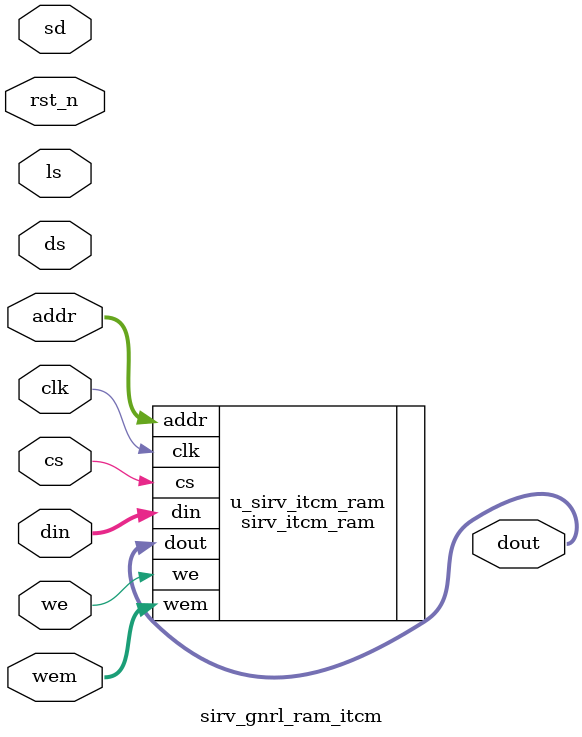
<source format=v>
 /*                                                                      
 Copyright 2018-2020 Nuclei System Technology, Inc.                
                                                                         
 Licensed under the Apache License, Version 2.0 (the "License");         
 you may not use this file except in compliance with the License.        
 You may obtain a copy of the License at                                 
                                                                         
     http://www.apache.org/licenses/LICENSE-2.0                          
                                                                         
  Unless required by applicable law or agreed to in writing, software    
 distributed under the License is distributed on an "AS IS" BASIS,       
 WITHOUT WARRANTIES OR CONDITIONS OF ANY KIND, either express or implied.
 See the License for the specific language governing permissions and     
 limitations under the License.                                          
 */                                                                      
                                                                         
                                                                         
                                                                         
//=====================================================================
//
// Designer   : Bob Hu
//
// Description:
//  The top level RAM module
//
// ====================================================================

module sirv_gnrl_ram_itcm
#(parameter DP = 8192,
  parameter DW = 64,
  parameter FORCE_X2ZERO = 1,
  parameter MW = 8,
  parameter AW = 13 
  ) (
  input            sd,
  input            ds,
  input            ls,

  input            rst_n,
  input            clk,
  input            cs,
  input            we,
  input [AW-1:0]   addr,
  input [DW-1:0]   din,
  input [MW-1:0]   wem,
  output[DW-1:0]   dout
);

//To add the ASIC or FPGA or Sim-model control here
// This is the Sim-model
//
//`ifdef FPGA_SOURCE
sirv_itcm_ram #(
    .FORCE_X2ZERO (1'b0),
    .DP (DP),
    .AW (AW),
    .MW (MW),
    .DW (DW) 
)u_sirv_itcm_ram (
    .clk   (clk),
    .din   (din),
    .addr  (addr),
    .cs    (cs),
    .we    (we),
    .wem   (wem),
    .dout  (dout)
);
//`else
//
//sirv_sim_ram #(
//    .FORCE_X2ZERO (FORCE_X2ZERO),
//    .DP (DP),
//    .AW (AW),
//    .MW (MW),
//    .DW (DW) 
//)u_sirv_sim_ram (
//    .clk   (clk),
//    .din   (din),
//    .addr  (addr),
//    .cs    (cs),
//    .we    (we),
//    .wem   (wem),
//    .dout  (dout)
//);
//`endif

endmodule

</source>
